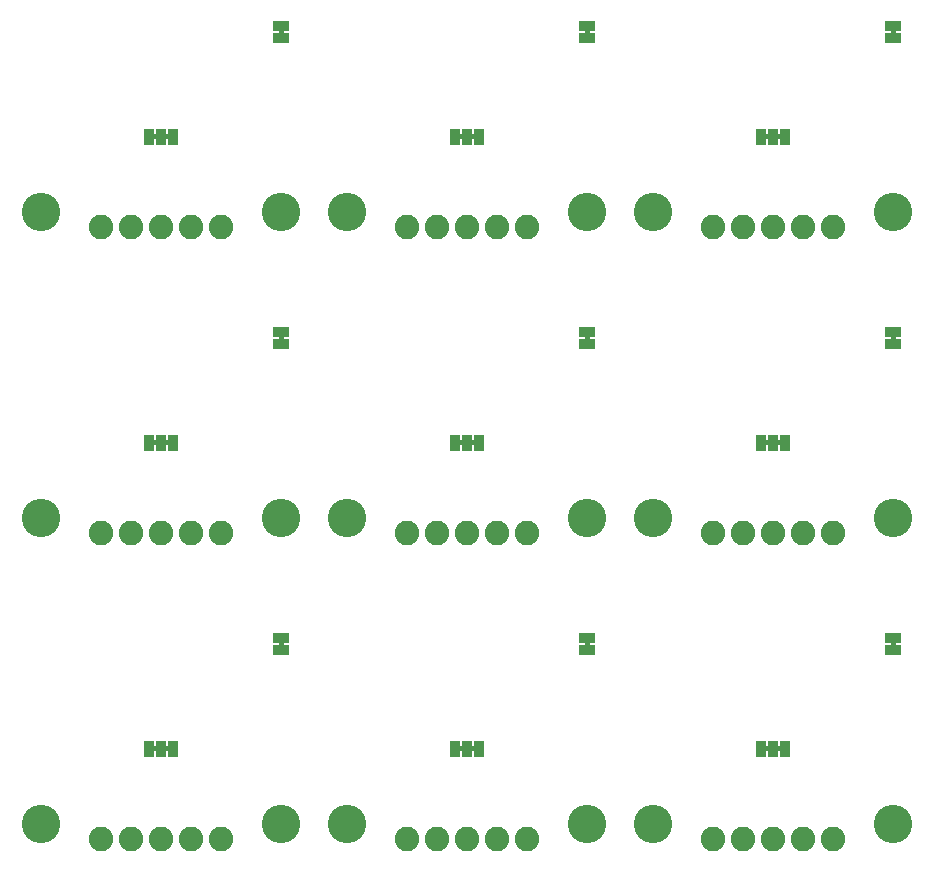
<source format=gbs>
G75*
%MOIN*%
%OFA0B0*%
%FSLAX25Y25*%
%IPPOS*%
%LPD*%
%AMOC8*
5,1,8,0,0,1.08239X$1,22.5*
%
%ADD10R,0.03300X0.05800*%
%ADD11C,0.00500*%
%ADD12R,0.05800X0.03300*%
%ADD13C,0.12800*%
%ADD14C,0.08200*%
D10*
X0051934Y0040060D03*
X0055934Y0040060D03*
X0059934Y0040060D03*
X0153934Y0040060D03*
X0157934Y0040060D03*
X0161934Y0040060D03*
X0255934Y0040060D03*
X0259934Y0040060D03*
X0263934Y0040060D03*
X0263934Y0142060D03*
X0259934Y0142060D03*
X0255934Y0142060D03*
X0161934Y0142060D03*
X0157934Y0142060D03*
X0153934Y0142060D03*
X0059934Y0142060D03*
X0055934Y0142060D03*
X0051934Y0142060D03*
X0051934Y0244060D03*
X0055934Y0244060D03*
X0059934Y0244060D03*
X0153934Y0244060D03*
X0157934Y0244060D03*
X0161934Y0244060D03*
X0255934Y0244060D03*
X0259934Y0244060D03*
X0263934Y0244060D03*
D11*
X0262684Y0243847D02*
X0257184Y0243847D01*
X0257184Y0243560D02*
X0262684Y0243560D01*
X0262684Y0244560D01*
X0257184Y0244560D01*
X0257184Y0243560D01*
X0257184Y0244345D02*
X0262684Y0244345D01*
X0299434Y0278310D02*
X0300434Y0278310D01*
X0300434Y0279810D01*
X0299434Y0279810D01*
X0299434Y0278310D01*
X0299434Y0278743D02*
X0300434Y0278743D01*
X0300434Y0279241D02*
X0299434Y0279241D01*
X0299434Y0279740D02*
X0300434Y0279740D01*
X0198434Y0279740D02*
X0197434Y0279740D01*
X0197434Y0279810D02*
X0197434Y0278310D01*
X0198434Y0278310D01*
X0198434Y0279810D01*
X0197434Y0279810D01*
X0197434Y0279241D02*
X0198434Y0279241D01*
X0198434Y0278743D02*
X0197434Y0278743D01*
X0160684Y0244560D02*
X0155184Y0244560D01*
X0155184Y0243560D01*
X0160684Y0243560D01*
X0160684Y0244560D01*
X0160684Y0244345D02*
X0155184Y0244345D01*
X0155184Y0243847D02*
X0160684Y0243847D01*
X0096434Y0278310D02*
X0095434Y0278310D01*
X0095434Y0279810D01*
X0096434Y0279810D01*
X0096434Y0278310D01*
X0096434Y0278743D02*
X0095434Y0278743D01*
X0095434Y0279241D02*
X0096434Y0279241D01*
X0096434Y0279740D02*
X0095434Y0279740D01*
X0058684Y0244560D02*
X0053184Y0244560D01*
X0053184Y0243560D01*
X0058684Y0243560D01*
X0058684Y0244560D01*
X0058684Y0244345D02*
X0053184Y0244345D01*
X0053184Y0243847D02*
X0058684Y0243847D01*
X0095434Y0177810D02*
X0095434Y0176310D01*
X0096434Y0176310D01*
X0096434Y0177810D01*
X0095434Y0177810D01*
X0095434Y0177545D02*
X0096434Y0177545D01*
X0096434Y0177046D02*
X0095434Y0177046D01*
X0095434Y0176548D02*
X0096434Y0176548D01*
X0058684Y0142560D02*
X0053184Y0142560D01*
X0053184Y0141560D01*
X0058684Y0141560D01*
X0058684Y0142560D01*
X0058684Y0142151D02*
X0053184Y0142151D01*
X0053184Y0141652D02*
X0058684Y0141652D01*
X0155184Y0141652D02*
X0160684Y0141652D01*
X0160684Y0141560D02*
X0160684Y0142560D01*
X0155184Y0142560D01*
X0155184Y0141560D01*
X0160684Y0141560D01*
X0160684Y0142151D02*
X0155184Y0142151D01*
X0197434Y0176310D02*
X0198434Y0176310D01*
X0198434Y0177810D01*
X0197434Y0177810D01*
X0197434Y0176310D01*
X0197434Y0176548D02*
X0198434Y0176548D01*
X0198434Y0177046D02*
X0197434Y0177046D01*
X0197434Y0177545D02*
X0198434Y0177545D01*
X0257184Y0142560D02*
X0257184Y0141560D01*
X0262684Y0141560D01*
X0262684Y0142560D01*
X0257184Y0142560D01*
X0257184Y0142151D02*
X0262684Y0142151D01*
X0262684Y0141652D02*
X0257184Y0141652D01*
X0299434Y0176310D02*
X0300434Y0176310D01*
X0300434Y0177810D01*
X0299434Y0177810D01*
X0299434Y0176310D01*
X0299434Y0176548D02*
X0300434Y0176548D01*
X0300434Y0177046D02*
X0299434Y0177046D01*
X0299434Y0177545D02*
X0300434Y0177545D01*
X0300434Y0075810D02*
X0299434Y0075810D01*
X0299434Y0074310D01*
X0300434Y0074310D01*
X0300434Y0075810D01*
X0300434Y0075350D02*
X0299434Y0075350D01*
X0299434Y0074852D02*
X0300434Y0074852D01*
X0300434Y0074353D02*
X0299434Y0074353D01*
X0262684Y0040560D02*
X0257184Y0040560D01*
X0257184Y0039560D01*
X0262684Y0039560D01*
X0262684Y0040560D01*
X0262684Y0040454D02*
X0257184Y0040454D01*
X0257184Y0039956D02*
X0262684Y0039956D01*
X0198434Y0074310D02*
X0198434Y0075810D01*
X0197434Y0075810D01*
X0197434Y0074310D01*
X0198434Y0074310D01*
X0198434Y0074353D02*
X0197434Y0074353D01*
X0197434Y0074852D02*
X0198434Y0074852D01*
X0198434Y0075350D02*
X0197434Y0075350D01*
X0160684Y0040560D02*
X0155184Y0040560D01*
X0155184Y0039560D01*
X0160684Y0039560D01*
X0160684Y0040560D01*
X0160684Y0040454D02*
X0155184Y0040454D01*
X0155184Y0039956D02*
X0160684Y0039956D01*
X0096434Y0074310D02*
X0096434Y0075810D01*
X0095434Y0075810D01*
X0095434Y0074310D01*
X0096434Y0074310D01*
X0096434Y0074353D02*
X0095434Y0074353D01*
X0095434Y0074852D02*
X0096434Y0074852D01*
X0096434Y0075350D02*
X0095434Y0075350D01*
X0058684Y0040560D02*
X0053184Y0040560D01*
X0053184Y0039560D01*
X0058684Y0039560D01*
X0058684Y0040560D01*
X0058684Y0040454D02*
X0053184Y0040454D01*
X0053184Y0039956D02*
X0058684Y0039956D01*
D12*
X0095934Y0073060D03*
X0095934Y0077060D03*
X0197934Y0077060D03*
X0197934Y0073060D03*
X0299934Y0073060D03*
X0299934Y0077060D03*
X0299934Y0175060D03*
X0299934Y0179060D03*
X0197934Y0179060D03*
X0197934Y0175060D03*
X0095934Y0175060D03*
X0095934Y0179060D03*
X0095934Y0277060D03*
X0095934Y0281060D03*
X0197934Y0281060D03*
X0197934Y0277060D03*
X0299934Y0277060D03*
X0299934Y0281060D03*
D13*
X0015934Y0015060D03*
X0095934Y0015060D03*
X0117934Y0015060D03*
X0197934Y0015060D03*
X0219934Y0015060D03*
X0299934Y0015060D03*
X0299934Y0117060D03*
X0219934Y0117060D03*
X0197934Y0117060D03*
X0117934Y0117060D03*
X0095934Y0117060D03*
X0015934Y0117060D03*
X0015934Y0219060D03*
X0095934Y0219060D03*
X0117934Y0219060D03*
X0197934Y0219060D03*
X0219934Y0219060D03*
X0299934Y0219060D03*
D14*
X0279934Y0214060D03*
X0269934Y0214060D03*
X0259934Y0214060D03*
X0249934Y0214060D03*
X0239934Y0214060D03*
X0177934Y0214060D03*
X0167934Y0214060D03*
X0157934Y0214060D03*
X0147934Y0214060D03*
X0137934Y0214060D03*
X0075934Y0214060D03*
X0065934Y0214060D03*
X0055934Y0214060D03*
X0045934Y0214060D03*
X0035934Y0214060D03*
X0035934Y0112060D03*
X0045934Y0112060D03*
X0055934Y0112060D03*
X0065934Y0112060D03*
X0075934Y0112060D03*
X0137934Y0112060D03*
X0147934Y0112060D03*
X0157934Y0112060D03*
X0167934Y0112060D03*
X0177934Y0112060D03*
X0239934Y0112060D03*
X0249934Y0112060D03*
X0259934Y0112060D03*
X0269934Y0112060D03*
X0279934Y0112060D03*
X0279934Y0010060D03*
X0269934Y0010060D03*
X0259934Y0010060D03*
X0249934Y0010060D03*
X0239934Y0010060D03*
X0177934Y0010060D03*
X0167934Y0010060D03*
X0157934Y0010060D03*
X0147934Y0010060D03*
X0137934Y0010060D03*
X0075934Y0010060D03*
X0065934Y0010060D03*
X0055934Y0010060D03*
X0045934Y0010060D03*
X0035934Y0010060D03*
M02*

</source>
